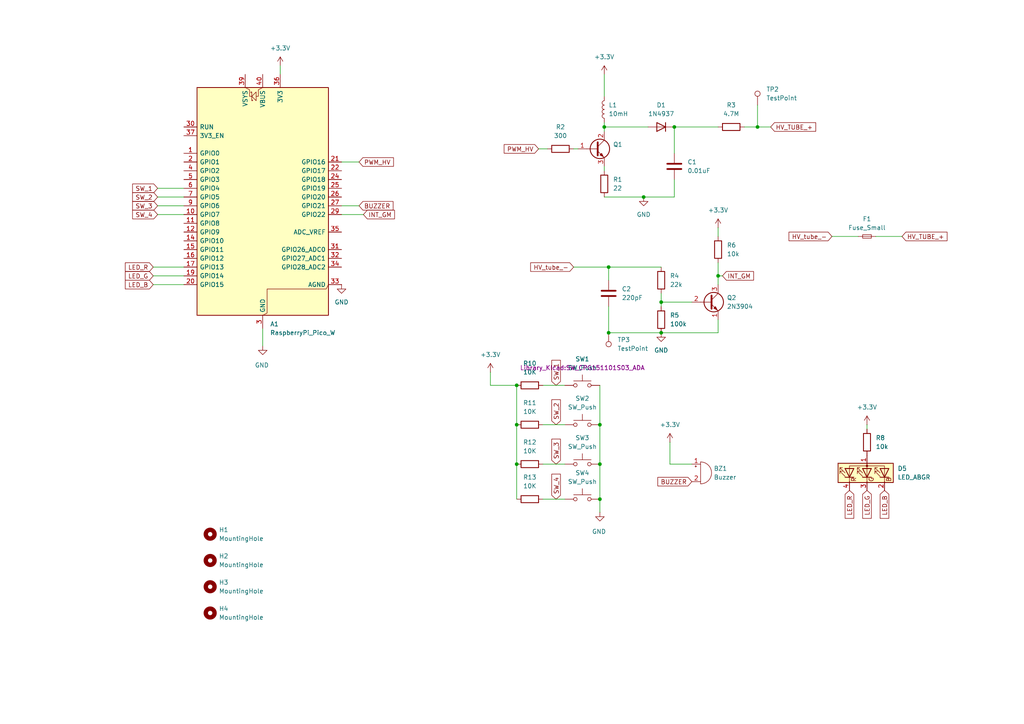
<source format=kicad_sch>
(kicad_sch (version 20250114) (generator "eeschema") (generator_version "9.0")
  (paper "A4")
  (lib_symbols
    (symbol "Connector:TestPoint" (pin_numbers (hide yes)) (pin_names (offset 0.762) (hide yes))
      (property "Reference" "TP" (at 0 6.858 0))
      (property "Value" "TestPoint" (at 0 5.08 0))
      (symbol "TestPoint_0_1"
        (circle (center 0 3.302) (radius 0.762))
      )
      (symbol "TestPoint_1_1"
        (pin passive line (at 0 0 90) (length 2.54) (name "1") (number "1"))
      )
    )
    (symbol "Device:Buzzer" (pin_names (offset 0.0254) (hide yes))
      (property "Reference" "BZ" (at 3.81 1.27 0))
      (property "Value" "Buzzer" (at 3.81 -1.27 0))
      (symbol "Buzzer_0_1"
        (polyline (pts (xy -1.651 1.905) (xy -1.143 1.905)))
        (polyline (pts (xy -1.397 2.159) (xy -1.397 1.651)))
        (arc (start 0 3.175) (mid 3.1612 0) (end 0 -3.175))
        (polyline (pts (xy 0 3.175) (xy 0 -3.175)))
      )
      (symbol "Buzzer_1_1"
        (pin passive line (at -2.54 2.54 0) (length 2.54) (name "+") (number "1"))
        (pin passive line (at -2.54 -2.54 0) (length 2.54) (name "-") (number "2"))
      )
    )
    (symbol "Device:C" (pin_numbers (hide yes)) (pin_names (offset 0.254))
      (property "Reference" "C" (at 0.635 2.54 0))
      (property "Value" "C" (at 0.635 -2.54 0))
      (symbol "C_0_1"
        (polyline (pts (xy -2.032 0.762) (xy 2.032 0.762)) (stroke (width 0.508)))
        (polyline (pts (xy -2.032 -0.762) (xy 2.032 -0.762)) (stroke (width 0.508)))
      )
      (symbol "C_1_1"
        (pin passive line (at 0 3.81 270) (length 2.794) (name "~") (number "1"))
        (pin passive line (at 0 -3.81 90) (length 2.794) (name "~") (number "2"))
      )
    )
    (symbol "Device:Fuse_Small" (pin_numbers (hide yes)) (pin_names (offset 0.254) (hide yes))
      (property "Reference" "F" (at 0 -1.524 0))
      (property "Value" "Fuse_Small" (at 0 1.524 0))
      (symbol "Fuse_Small_0_1"
        (rectangle (start -1.27 0.508) (end 1.27 -0.508))
        (polyline (pts (xy -1.27 0) (xy 1.27 0)))
      )
      (symbol "Fuse_Small_1_1"
        (pin passive line (at -2.54 0 0) (length 1.27) (name "~") (number "1"))
        (pin passive line (at 2.54 0 180) (length 1.27) (name "~") (number "2"))
      )
    )
    (symbol "Device:L" (pin_numbers (hide yes)) (pin_names (offset 1.016) (hide yes))
      (property "Reference" "L" (at -1.27 0 90))
      (property "Value" "L" (at 1.905 0 90))
      (symbol "L_0_1"
        (arc (start 0 2.54) (mid 0.6323 1.905) (end 0 1.27))
        (arc (start 0 1.27) (mid 0.6323 0.635) (end 0 0))
        (arc (start 0 0) (mid 0.6323 -0.635) (end 0 -1.27))
        (arc (start 0 -1.27) (mid 0.6323 -1.905) (end 0 -2.54))
      )
      (symbol "L_1_1"
        (pin passive line (at 0 3.81 270) (length 1.27) (name "1") (number "1"))
        (pin passive line (at 0 -3.81 90) (length 1.27) (name "2") (number "2"))
      )
    )
    (symbol "Device:LED_ABGR" (pin_names (offset 0) (hide yes))
      (property "Reference" "D" (at 0 9.398 0))
      (property "Value" "LED_ABGR" (at 0 -8.89 0))
      (symbol "LED_ABGR_0_0"
        (text "R" (at -1.905 3.81 0) (effects (font (size 1.27 1.27))))
        (text "G" (at -1.905 -1.27 0) (effects (font (size 1.27 1.27))))
        (text "B" (at -1.905 -6.35 0) (effects (font (size 1.27 1.27))))
      )
      (symbol "LED_ABGR_0_1"
        (polyline (pts (xy -1.27 6.35) (xy -1.27 3.81)) (stroke (width 0.254)))
        (polyline (pts (xy -1.27 6.35) (xy -1.27 3.81) (xy -1.27 3.81)))
        (polyline (pts (xy -1.27 5.08) (xy -2.54 5.08)))
        (polyline (pts (xy -1.27 5.08) (xy 1.27 5.08)))
        (polyline (pts (xy -1.27 1.27) (xy -1.27 -1.27)) (stroke (width 0.254)))
        (polyline (pts (xy -1.27 1.27) (xy -1.27 -1.27) (xy -1.27 -1.27)))
        (polyline (pts (xy -1.27 0) (xy -2.54 0)))
        (polyline (pts (xy -1.27 -3.81) (xy -1.27 -6.35)) (stroke (width 0.254)))
        (polyline (pts (xy -1.27 -5.08) (xy -2.54 -5.08)))
        (polyline (pts (xy -1.27 -5.08) (xy 1.27 -5.08)))
        (polyline (pts (xy -1.016 6.35) (xy 0.508 7.874) (xy -0.254 7.874) (xy 0.508 7.874) (xy 0.508 7.112)))
        (polyline (pts (xy -1.016 1.27) (xy 0.508 2.794) (xy -0.254 2.794) (xy 0.508 2.794) (xy 0.508 2.032)))
        (polyline (pts (xy -1.016 -3.81) (xy 0.508 -2.286) (xy -0.254 -2.286) (xy 0.508 -2.286) (xy 0.508 -3.048)))
        (polyline (pts (xy 0 6.35) (xy 1.524 7.874) (xy 0.762 7.874) (xy 1.524 7.874) (xy 1.524 7.112)))
        (polyline (pts (xy 0 1.27) (xy 1.524 2.794) (xy 0.762 2.794) (xy 1.524 2.794) (xy 1.524 2.032)))
        (polyline (pts (xy 0 -3.81) (xy 1.524 -2.286) (xy 0.762 -2.286) (xy 1.524 -2.286) (xy 1.524 -3.048)))
        (polyline (pts (xy 1.27 6.35) (xy 1.27 3.81) (xy -1.27 5.08) (xy 1.27 6.35)) (stroke (width 0.254)))
        (rectangle (start 1.27 6.35) (end 1.27 6.35))
        (rectangle (start 1.27 3.81) (end 1.27 6.35))
        (polyline (pts (xy 1.27 1.27) (xy 1.27 -1.27) (xy -1.27 0) (xy 1.27 1.27)) (stroke (width 0.254)))
        (rectangle (start 1.27 1.27) (end 1.27 1.27))
        (polyline (pts (xy 1.27 0) (xy -1.27 0)))
        (polyline (pts (xy 1.27 0) (xy 2.54 0)))
        (rectangle (start 1.27 -1.27) (end 1.27 1.27))
        (polyline (pts (xy 1.27 -3.81) (xy 1.27 -6.35) (xy -1.27 -5.08) (xy 1.27 -3.81)) (stroke (width 0.254)))
        (polyline (pts (xy 1.27 -5.08) (xy 2.032 -5.08) (xy 2.032 5.08) (xy 1.27 5.08)))
        (circle (center 2.032 0) (radius 0.254) (fill (type outline)))
        (rectangle (start 2.794 8.382) (end -2.794 -7.62) (stroke (width 0.254)) (fill (type background)))
      )
      (symbol "LED_ABGR_1_1"
        (pin passive line (at -5.08 5.08 0) (length 2.54) (name "RK") (number "4"))
        (pin passive line (at -5.08 0 0) (length 2.54) (name "GK") (number "3"))
        (pin passive line (at -5.08 -5.08 0) (length 2.54) (name "BK") (number "2"))
        (pin passive line (at 5.08 0 180) (length 2.54) (name "A") (number "1"))
      )
    )
    (symbol "Device:R" (pin_numbers (hide yes)) (pin_names (offset 0))
      (property "Reference" "R" (at 2.032 0 90))
      (property "Value" "R" (at 0 0 90))
      (symbol "R_0_1"
        (rectangle (start -1.016 -2.54) (end 1.016 2.54) (stroke (width 0.254)))
      )
      (symbol "R_1_1"
        (pin passive line (at 0 3.81 270) (length 1.27) (name "~") (number "1"))
        (pin passive line (at 0 -3.81 90) (length 1.27) (name "~") (number "2"))
      )
    )
    (symbol "Diode:1N4937" (pin_numbers (hide yes)) (pin_names (hide yes))
      (property "Reference" "D" (at 0 2.54 0))
      (property "Value" "1N4937" (at 0 -2.54 0))
      (symbol "1N4937_0_1"
        (polyline (pts (xy -1.27 1.27) (xy -1.27 -1.27)) (stroke (width 0.254)))
        (polyline (pts (xy 1.27 1.27) (xy 1.27 -1.27) (xy -1.27 0) (xy 1.27 1.27)) (stroke (width 0.254)))
        (polyline (pts (xy 1.27 0) (xy -1.27 0)))
      )
      (symbol "1N4937_1_1"
        (pin passive line (at -3.81 0 0) (length 2.54) (name "K") (number "1"))
        (pin passive line (at 3.81 0 180) (length 2.54) (name "A") (number "2"))
      )
    )
    (symbol "MCU_Module:RaspberryPi_Pico_W" (pin_names (offset 0.762))
      (property "Reference" "A" (at -19.05 35.56 0))
      (property "Value" "RaspberryPi_Pico_W" (at 7.62 35.56 0))
      (symbol "RaspberryPi_Pico_W_0_1"
        (rectangle (start -19.05 34.29) (end 19.05 -31.75) (stroke (width 0.254)) (fill (type background)))
        (polyline (pts (xy -5.08 34.29) (xy -3.81 33.655) (xy -3.81 31.75) (xy -3.175 31.75)))
        (polyline (pts (xy -3.429 32.766) (xy -3.429 33.02) (xy -3.175 33.02) (xy -3.175 30.48) (xy -2.921 30.48) (xy -2.921 30.734)))
        (polyline (pts (xy -3.175 31.75) (xy -1.905 33.02) (xy -1.905 30.48) (xy -3.175 31.75)))
        (polyline (pts (xy 0 34.29) (xy -1.27 33.655) (xy -1.27 31.75) (xy -1.905 31.75)))
        (polyline (pts (xy 0 -31.75) (xy 1.27 -31.115) (xy 1.27 -24.13) (xy 18.415 -24.13) (xy 19.05 -22.86)))
      )
      (symbol "RaspberryPi_Pico_W_1_1"
        (pin passive line (at -22.86 22.86 0) (length 3.81) (name "RUN") (number "30"))
        (pin passive line (at -22.86 20.32 0) (length 3.81) (name "3V3_EN") (number "37"))
        (pin bidirectional line (at -22.86 15.24 0) (length 3.81) (name "GPIO0") (number "1"))
        (pin bidirectional line (at -22.86 12.7 0) (length 3.81) (name "GPIO1") (number "2"))
        (pin bidirectional line (at -22.86 10.16 0) (length 3.81) (name "GPIO2") (number "4"))
        (pin bidirectional line (at -22.86 7.62 0) (length 3.81) (name "GPIO3") (number "5"))
        (pin bidirectional line (at -22.86 5.08 0) (length 3.81) (name "GPIO4") (number "6"))
        (pin bidirectional line (at -22.86 2.54 0) (length 3.81) (name "GPIO5") (number "7"))
        (pin bidirectional line (at -22.86 0 0) (length 3.81) (name "GPIO6") (number "9"))
        (pin bidirectional line (at -22.86 -2.54 0) (length 3.81) (name "GPIO7") (number "10"))
        (pin bidirectional line (at -22.86 -5.08 0) (length 3.81) (name "GPIO8") (number "11"))
        (pin bidirectional line (at -22.86 -7.62 0) (length 3.81) (name "GPIO9") (number "12"))
        (pin bidirectional line (at -22.86 -10.16 0) (length 3.81) (name "GPIO10") (number "14"))
        (pin bidirectional line (at -22.86 -12.7 0) (length 3.81) (name "GPIO11") (number "15"))
        (pin bidirectional line (at -22.86 -15.24 0) (length 3.81) (name "GPIO12") (number "16"))
        (pin bidirectional line (at -22.86 -17.78 0) (length 3.81) (name "GPIO13") (number "17"))
        (pin bidirectional line (at -22.86 -20.32 0) (length 3.81) (name "GPIO14") (number "19"))
        (pin bidirectional line (at -22.86 -22.86 0) (length 3.81) (name "GPIO15") (number "20"))
        (pin power_in line (at -5.08 38.1 270) (length 3.81) (name "VSYS") (number "39"))
        (pin power_out line (at 0 38.1 270) (length 3.81) (name "VBUS") (number "40"))
        (pin passive line (at 0 -35.56 90) (length 3.81) (hide yes) (name "GND") (number "13"))
        (pin passive line (at 0 -35.56 90) (length 3.81) (hide yes) (name "GND") (number "18"))
        (pin passive line (at 0 -35.56 90) (length 3.81) (hide yes) (name "GND") (number "23"))
        (pin passive line (at 0 -35.56 90) (length 3.81) (hide yes) (name "GND") (number "28"))
        (pin power_out line (at 0 -35.56 90) (length 3.81) (name "GND") (number "3"))
        (pin passive line (at 0 -35.56 90) (length 3.81) (hide yes) (name "GND") (number "38"))
        (pin passive line (at 0 -35.56 90) (length 3.81) (hide yes) (name "GND") (number "8"))
        (pin power_out line (at 5.08 38.1 270) (length 3.81) (name "3V3") (number "36"))
        (pin bidirectional line (at 22.86 12.7 180) (length 3.81) (name "GPIO16") (number "21"))
        (pin bidirectional line (at 22.86 10.16 180) (length 3.81) (name "GPIO17") (number "22"))
        (pin bidirectional line (at 22.86 7.62 180) (length 3.81) (name "GPIO18") (number "24"))
        (pin bidirectional line (at 22.86 5.08 180) (length 3.81) (name "GPIO19") (number "25"))
        (pin bidirectional line (at 22.86 2.54 180) (length 3.81) (name "GPIO20") (number "26"))
        (pin bidirectional line (at 22.86 0 180) (length 3.81) (name "GPIO21") (number "27"))
        (pin bidirectional line (at 22.86 -2.54 180) (length 3.81) (name "GPIO22") (number "29"))
        (pin power_in line (at 22.86 -7.62 180) (length 3.81) (name "ADC_VREF") (number "35"))
        (pin bidirectional line (at 22.86 -12.7 180) (length 3.81) (name "GPIO26_ADC0") (number "31"))
        (pin bidirectional line (at 22.86 -15.24 180) (length 3.81) (name "GPIO27_ADC1") (number "32"))
        (pin bidirectional line (at 22.86 -17.78 180) (length 3.81) (name "GPIO28_ADC2") (number "34"))
        (pin power_out line (at 22.86 -22.86 180) (length 3.81) (name "AGND") (number "33"))
      )
    )
    (symbol "Mechanical:MountingHole" (pin_names (offset 1.016)) (in_bom no)
      (property "Reference" "H" (at 0 5.08 0))
      (property "Value" "MountingHole" (at 0 3.175 0))
      (symbol "MountingHole_0_1"
        (circle (center 0 0) (radius 1.27) (stroke (width 1.27)))
      )
    )
    (symbol "Switch:SW_Push" (pin_numbers (hide yes)) (pin_names (offset 1.016) (hide yes))
      (property "Reference" "SW" (at 1.27 2.54 0))
      (property "Value" "SW_Push" (at 0 -1.524 0))
      (symbol "SW_Push_0_1"
        (circle (center -2.032 0) (radius 0.508))
        (polyline (pts (xy 0 1.27) (xy 0 3.048)))
        (circle (center 2.032 0) (radius 0.508))
        (polyline (pts (xy 2.54 1.27) (xy -2.54 1.27)))
        (pin passive line (at -5.08 0 0) (length 2.54) (name "1") (number "1"))
        (pin passive line (at 5.08 0 180) (length 2.54) (name "2") (number "2"))
      )
    )
    (symbol "Transistor_BJT:2N3904" (pin_names (offset 0) (hide yes))
      (property "Reference" "Q" (at 5.08 1.905 0))
      (property "Value" "2N3904" (at 5.08 0 0))
      (symbol "2N3904_0_1"
        (polyline (pts (xy -2.54 0) (xy 0.635 0)))
        (polyline (pts (xy 0.635 1.905) (xy 0.635 -1.905)) (stroke (width 0.508)))
        (circle (center 1.27 0) (radius 2.8194) (stroke (width 0.254)))
      )
      (symbol "2N3904_1_1"
        (polyline (pts (xy 0.635 0.635) (xy 2.54 2.54)))
        (polyline (pts (xy 0.635 -0.635) (xy 2.54 -2.54)))
        (polyline (pts (xy 1.27 -1.778) (xy 1.778 -1.27) (xy 2.286 -2.286) (xy 1.27 -1.778)) (fill (type outline)))
        (pin input line (at -5.08 0 0) (length 2.54) (name "B") (number "2"))
        (pin passive line (at 2.54 5.08 270) (length 2.54) (name "C") (number "3"))
        (pin passive line (at 2.54 -5.08 90) (length 2.54) (name "E") (number "1"))
      )
    )
    (symbol "Transistor_BJT:MJE13003" (pin_names (offset 0) (hide yes))
      (property "Reference" "Q" (at 5.08 1.905 0))
      (property "Value" "MJE13003" (at 5.08 0 0))
      (symbol "MJE13003_0_1"
        (polyline (pts (xy -2.54 0) (xy 0.635 0)))
        (polyline (pts (xy 0.635 1.905) (xy 0.635 -1.905)) (stroke (width 0.508)))
        (circle (center 1.27 0) (radius 2.8194) (stroke (width 0.254)))
      )
      (symbol "MJE13003_1_1"
        (polyline (pts (xy 0.635 0.635) (xy 2.54 2.54)))
        (polyline (pts (xy 0.635 -0.635) (xy 2.54 -2.54)))
        (polyline (pts (xy 1.27 -1.778) (xy 1.778 -1.27) (xy 2.286 -2.286) (xy 1.27 -1.778)) (fill (type outline)))
        (pin input line (at -5.08 0 0) (length 2.54) (name "B") (number "1"))
        (pin passive line (at 2.54 5.08 270) (length 2.54) (name "C") (number "2"))
        (pin passive line (at 2.54 -5.08 90) (length 2.54) (name "E") (number "3"))
      )
    )
    (symbol "power:+3.3V" (power) (pin_numbers (hide yes)) (pin_names (offset 0) (hide yes))
      (property "Value" "+3.3V" (at 0 3.556 0))
      (symbol "+3.3V_0_1"
        (polyline (pts (xy -0.762 1.27) (xy 0 2.54)))
        (polyline (pts (xy 0 2.54) (xy 0.762 1.27)))
        (polyline (pts (xy 0 0) (xy 0 2.54)))
      )
      (symbol "+3.3V_1_1"
        (pin power_in line (at 0 0 90) (length 0) (name "~") (number "1"))
      )
    )
    (symbol "power:GND" (power) (pin_numbers (hide yes)) (pin_names (offset 0) (hide yes))
      (property "Value" "GND" (at 0 -3.81 0))
      (symbol "GND_0_1"
        (polyline (pts (xy 0 0) (xy 0 -1.27) (xy 1.27 -1.27) (xy 0 -2.54) (xy -1.27 -1.27) (xy 0 -1.27)))
      )
      (symbol "GND_1_1"
        (pin power_in line (at 0 0 270) (length 0) (name "~") (number "1"))
      )
    )
  )
  (junction (at 176.53 77.47))
  (junction (at 173.99 144.78))
  (junction (at 173.99 134.62))
  (junction (at 149.86 123.19))
  (junction (at 175.26 36.83))
  (junction (at 195.58 36.83))
  (junction (at 219.71 36.83))
  (junction (at 208.28 80.01))
  (junction (at 186.69 57.15))
  (junction (at 173.99 123.19))
  (junction (at 191.77 96.52))
  (junction (at 149.86 111.76))
  (junction (at 176.53 96.52))
  (junction (at 149.86 134.62))
  (junction (at 191.77 87.63))
  (wire (pts (xy 175.26 38.1) (xy 175.26 36.83)))
  (wire (pts (xy 149.86 123.19) (xy 149.86 134.62)))
  (wire (pts (xy 157.48 123.19) (xy 163.83 123.19)))
  (wire (pts (xy 195.58 44.45) (xy 195.58 36.83)))
  (wire (pts (xy 149.86 111.76) (xy 149.86 123.19)))
  (wire (pts (xy 251.46 123.19) (xy 251.46 124.46)))
  (wire (pts (xy 241.3 68.58) (xy 248.92 68.58)))
  (wire (pts (xy 44.45 82.55) (xy 53.34 82.55)))
  (wire (pts (xy 209.55 80.01) (xy 208.28 80.01)))
  (wire (pts (xy 175.26 36.83) (xy 175.26 35.56)))
  (wire (pts (xy 208.28 92.71) (xy 208.28 96.52)))
  (wire (pts (xy 44.45 77.47) (xy 53.34 77.47)))
  (wire (pts (xy 173.99 134.62) (xy 173.99 144.78)))
  (wire (pts (xy 195.58 57.15) (xy 195.58 52.07)))
  (wire (pts (xy 166.37 43.18) (xy 167.64 43.18)))
  (wire (pts (xy 191.77 87.63) (xy 191.77 85.09)))
  (wire (pts (xy 194.31 134.62) (xy 200.66 134.62)))
  (wire (pts (xy 261.62 68.58) (xy 254 68.58)))
  (wire (pts (xy 223.52 36.83) (xy 219.71 36.83)))
  (wire (pts (xy 45.72 59.69) (xy 53.34 59.69)))
  (wire (pts (xy 176.53 77.47) (xy 176.53 81.28)))
  (wire (pts (xy 157.48 144.78) (xy 163.83 144.78)))
  (wire (pts (xy 104.14 46.99) (xy 99.06 46.99)))
  (wire (pts (xy 173.99 144.78) (xy 173.99 148.59)))
  (wire (pts (xy 142.24 107.95) (xy 142.24 111.76)))
  (wire (pts (xy 208.28 66.04) (xy 208.28 68.58)))
  (wire (pts (xy 157.48 111.76) (xy 163.83 111.76)))
  (wire (pts (xy 45.72 54.61) (xy 53.34 54.61)))
  (wire (pts (xy 81.28 19.05) (xy 81.28 21.59)))
  (wire (pts (xy 44.45 80.01) (xy 53.34 80.01)))
  (wire (pts (xy 158.75 43.18) (xy 156.21 43.18)))
  (wire (pts (xy 173.99 123.19) (xy 173.99 134.62)))
  (wire (pts (xy 173.99 111.76) (xy 173.99 123.19)))
  (wire (pts (xy 166.37 77.47) (xy 176.53 77.47)))
  (wire (pts (xy 105.41 62.23) (xy 99.06 62.23)))
  (wire (pts (xy 208.28 96.52) (xy 191.77 96.52)))
  (wire (pts (xy 45.72 62.23) (xy 53.34 62.23)))
  (wire (pts (xy 176.53 96.52) (xy 191.77 96.52)))
  (wire (pts (xy 187.96 36.83) (xy 175.26 36.83)))
  (wire (pts (xy 176.53 88.9) (xy 176.53 96.52)))
  (wire (pts (xy 76.2 100.33) (xy 76.2 95.25)))
  (wire (pts (xy 219.71 36.83) (xy 215.9 36.83)))
  (wire (pts (xy 175.26 49.53) (xy 175.26 48.26)))
  (wire (pts (xy 219.71 30.48) (xy 219.71 36.83)))
  (wire (pts (xy 194.31 128.27) (xy 194.31 134.62)))
  (wire (pts (xy 149.86 134.62) (xy 149.86 144.78)))
  (wire (pts (xy 175.26 57.15) (xy 186.69 57.15)))
  (wire (pts (xy 142.24 111.76) (xy 149.86 111.76)))
  (wire (pts (xy 104.14 59.69) (xy 99.06 59.69)))
  (wire (pts (xy 175.26 21.59) (xy 175.26 27.94)))
  (wire (pts (xy 157.48 134.62) (xy 163.83 134.62)))
  (wire (pts (xy 186.69 57.15) (xy 195.58 57.15)))
  (wire (pts (xy 200.66 87.63) (xy 191.77 87.63)))
  (wire (pts (xy 191.77 87.63) (xy 191.77 88.9)))
  (wire (pts (xy 208.28 80.01) (xy 208.28 82.55)))
  (wire (pts (xy 208.28 76.2) (xy 208.28 80.01)))
  (wire (pts (xy 176.53 77.47) (xy 191.77 77.47)))
  (wire (pts (xy 45.72 57.15) (xy 53.34 57.15)))
  (wire (pts (xy 208.28 36.83) (xy 195.58 36.83)))
  (global_label "HV_TUBE_+" (shape input) (at 223.52 36.83 0) (property "Intersheetrefs" "${INTERSHEET_REFS}" (effects (hide yes))))
  (global_label "SW_3" (shape input) (at 161.29 134.62 90) (property "Intersheetrefs" "${INTERSHEET_REFS}" (effects (hide yes))))
  (global_label "SW_1" (shape input) (at 45.72 54.61 180) (property "Intersheetrefs" "${INTERSHEET_REFS}" (effects (hide yes))))
  (global_label "SW_2" (shape input) (at 45.72 57.15 180) (property "Intersheetrefs" "${INTERSHEET_REFS}" (effects (hide yes))))
  (global_label "PWM_HV" (shape input) (at 104.14 46.99 0) (property "Intersheetrefs" "${INTERSHEET_REFS}" (effects (hide yes))))
  (global_label "SW_4" (shape input) (at 45.72 62.23 180) (property "Intersheetrefs" "${INTERSHEET_REFS}" (effects (hide yes))))
  (global_label "SW_2" (shape input) (at 161.29 123.19 90) (property "Intersheetrefs" "${INTERSHEET_REFS}" (effects (hide yes))))
  (global_label "HV_tube_-" (shape input) (at 166.37 77.47 180) (property "Intersheetrefs" "${INTERSHEET_REFS}" (effects (hide yes))))
  (global_label "HV_TUBE_+" (shape input) (at 261.62 68.58 0) (property "Intersheetrefs" "${INTERSHEET_REFS}" (effects (hide yes))))
  (global_label "LED_G" (shape input) (at 44.45 80.01 180) (property "Intersheetrefs" "${INTERSHEET_REFS}" (effects (hide yes))))
  (global_label "SW_4" (shape input) (at 161.29 144.78 90) (property "Intersheetrefs" "${INTERSHEET_REFS}" (effects (hide yes))))
  (global_label "LED_B" (shape input) (at 44.45 82.55 180) (property "Intersheetrefs" "${INTERSHEET_REFS}" (effects (hide yes))))
  (global_label "SW_3" (shape input) (at 45.72 59.69 180) (property "Intersheetrefs" "${INTERSHEET_REFS}" (effects (hide yes))))
  (global_label "LED_B" (shape input) (at 256.54 142.24 270) (property "Intersheetrefs" "${INTERSHEET_REFS}" (effects (hide yes))))
  (global_label "HV_tube_-" (shape input) (at 241.3 68.58 180) (property "Intersheetrefs" "${INTERSHEET_REFS}" (effects (hide yes))))
  (global_label "BUZZER" (shape input) (at 200.66 139.7 180) (property "Intersheetrefs" "${INTERSHEET_REFS}" (effects (hide yes))))
  (global_label "BUZZER" (shape input) (at 104.14 59.69 0) (property "Intersheetrefs" "${INTERSHEET_REFS}" (effects (hide yes))))
  (global_label "INT_GM" (shape input) (at 105.41 62.23 0) (property "Intersheetrefs" "${INTERSHEET_REFS}" (effects (hide yes))))
  (global_label "INT_GM" (shape input) (at 209.55 80.01 0) (property "Intersheetrefs" "${INTERSHEET_REFS}" (effects (hide yes))))
  (global_label "SW_1" (shape input) (at 161.29 111.76 90) (property "Intersheetrefs" "${INTERSHEET_REFS}" (effects (hide yes))))
  (global_label "PWM_HV" (shape input) (at 156.21 43.18 180) (property "Intersheetrefs" "${INTERSHEET_REFS}" (effects (hide yes))))
  (global_label "LED_R" (shape input) (at 246.38 142.24 270) (property "Intersheetrefs" "${INTERSHEET_REFS}" (effects (hide yes))))
  (global_label "LED_G" (shape input) (at 251.46 142.24 270) (property "Intersheetrefs" "${INTERSHEET_REFS}" (effects (hide yes))))
  (global_label "LED_R" (shape input) (at 44.45 77.47 180) (property "Intersheetrefs" "${INTERSHEET_REFS}" (effects (hide yes))))
  (symbol (lib_id "Device:R") (at 153.67 123.19 270) (unit 1)
    (property "Reference" "R11" (at 153.67 116.84 90))
    (property "Value" "10K" (at 153.67 119.38 90))
    (property "Footprint" "Resistor_THT:R_Axial_DIN0309_L9.0mm_D3.2mm_P15.24mm_Horizontal" (effects (hide yes)))
    (property "Description" "Resistor" (effects (hide yes)))
  )
  (symbol (lib_id "Device:R") (at 162.56 43.18 90) (unit 1)
    (property "Reference" "R2" (at 162.56 36.83 90))
    (property "Value" "300" (at 162.56 39.37 90))
    (property "Footprint" "Resistor_THT:R_Axial_DIN0207_L6.3mm_D2.5mm_P10.16mm_Horizontal" (effects (hide yes)))
    (property "Description" "Resistor" (effects (hide yes)))
  )
  (symbol (lib_id "power:+3.3V") (at 142.24 107.95 0) (unit 1)
    (property "Reference" "#PWR013" (effects (hide yes)))
    (property "Value" "+3.3V" (at 142.24 102.87 0))
    (property "Description" "Power symbol creates a global label with name \"+3.3V\"" (effects (hide yes)))
  )
  (symbol (lib_id "Switch:SW_Push") (at 168.91 134.62 0) (unit 1)
    (property "Reference" "SW3" (at 168.91 127 0))
    (property "Value" "SW_Push" (at 168.91 129.54 0))
    (property "Footprint" "Library_KIcad:SW_CPG151101S03_ADA" (effects (hide yes)))
    (property "Description" "Push button switch, generic, two pins" (effects (hide yes)))
  )
  (symbol (lib_id "Mechanical:MountingHole") (at 60.96 177.8 0) (unit 1) (in_bom no)
    (property "Reference" "H4" (at 63.5 176.5299 0) (effects (justify left)))
    (property "Value" "MountingHole" (at 63.5 179.0699 0) (effects (justify left)))
    (property "Footprint" "MountingHole:MountingHole_3.2mm_M3_ISO14580" (effects (hide yes)))
    (property "Description" "Mounting Hole without connection" (effects (hide yes)))
  )
  (symbol (lib_id "MCU_Module:RaspberryPi_Pico_W") (at 76.2 59.69 0) (unit 1)
    (property "Reference" "A1" (at 78.3433 93.98 0) (effects (justify left)))
    (property "Value" "RaspberryPi_Pico_W" (at 78.3433 96.52 0) (effects (justify left)))
    (property "Footprint" "Module:RaspberryPi_Pico_Common_Unspecified" (effects (hide yes)))
    (property "Datasheet" "https://datasheets.raspberrypi.com/picow/pico-w-datasheet.pdf" (effects (hide yes)))
    (property "Description" "Versatile and inexpensive wireless microcontroller module powered by RP2040 dual-core Arm Cortex-M0+ processor up to 133 MHz, 264kB SRAM, 2MB QSPI flash, Infineon CYW43439 2.4GHz 802.11n wireless LAN; also supports Raspberry Pi Pico 2 W" (effects (hide yes)))
  )
  (symbol (lib_id "Device:R") (at 208.28 72.39 0) (unit 1)
    (property "Reference" "R6" (at 210.82 71.1199 0) (effects (justify left)))
    (property "Value" "10k" (at 210.82 73.6599 0) (effects (justify left)))
    (property "Footprint" "Resistor_THT:R_Axial_DIN0309_L9.0mm_D3.2mm_P15.24mm_Horizontal" (effects (hide yes)))
    (property "Description" "Resistor" (effects (hide yes)))
  )
  (symbol (lib_id "power:+3.3V") (at 175.26 21.59 0) (unit 1)
    (property "Reference" "#PWR02" (effects (hide yes)))
    (property "Value" "+3.3V" (at 175.26 16.51 0))
    (property "Description" "Power symbol creates a global label with name \"+3.3V\"" (effects (hide yes)))
  )
  (symbol (lib_id "power:GND") (at 99.06 82.55 0) (unit 1)
    (property "Reference" "#PWR08" (effects (hide yes)))
    (property "Value" "GND" (at 99.06 87.63 0))
    (property "Description" "Power symbol creates a global label with name \"GND\" , ground" (effects (hide yes)))
  )
  (symbol (lib_id "Mechanical:MountingHole") (at 60.96 154.94 0) (unit 1) (in_bom no)
    (property "Reference" "H1" (at 63.5 153.6699 0) (effects (justify left)))
    (property "Value" "MountingHole" (at 63.5 156.2099 0) (effects (justify left)))
    (property "Footprint" "MountingHole:MountingHole_3.2mm_M3_ISO14580" (effects (hide yes)))
    (property "Description" "Mounting Hole without connection" (effects (hide yes)))
  )
  (symbol (lib_id "Mechanical:MountingHole") (at 60.96 162.56 0) (unit 1) (in_bom no)
    (property "Reference" "H2" (at 63.5 161.2899 0) (effects (justify left)))
    (property "Value" "MountingHole" (at 63.5 163.8299 0) (effects (justify left)))
    (property "Footprint" "MountingHole:MountingHole_3.2mm_M3_ISO14580" (effects (hide yes)))
    (property "Description" "Mounting Hole without connection" (effects (hide yes)))
  )
  (symbol (lib_id "Device:R") (at 212.09 36.83 270) (unit 1)
    (property "Reference" "R3" (at 212.09 30.48 90))
    (property "Value" "4.7M" (at 212.09 33.02 90))
    (property "Footprint" "Resistor_THT:R_Axial_DIN0411_L9.9mm_D3.6mm_P15.24mm_Horizontal" (effects (hide yes)))
    (property "Description" "Resistor" (effects (hide yes)))
  )
  (symbol (lib_id "Device:R") (at 251.46 128.27 0) (unit 1)
    (property "Reference" "R8" (at 254 126.9999 0) (effects (justify left)))
    (property "Value" "10k" (at 254 129.5399 0) (effects (justify left)))
    (property "Footprint" "Resistor_THT:R_Axial_DIN0309_L9.0mm_D3.2mm_P15.24mm_Horizontal" (effects (hide yes)))
    (property "Description" "Resistor" (effects (hide yes)))
  )
  (symbol (lib_id "Device:R") (at 191.77 92.71 0) (unit 1)
    (property "Reference" "R5" (at 194.31 91.4399 0) (effects (justify left)))
    (property "Value" "100k" (at 194.31 93.9799 0) (effects (justify left)))
    (property "Footprint" "Resistor_THT:R_Axial_DIN0414_L11.9mm_D4.5mm_P20.32mm_Horizontal" (effects (hide yes)))
    (property "Description" "Resistor" (effects (hide yes)))
  )
  (symbol (lib_id "Device:C") (at 195.58 48.26 0) (unit 1)
    (property "Reference" "C1" (at 199.39 46.9899 0) (effects (justify left)))
    (property "Value" "0.01uF" (at 199.39 49.5299 0) (effects (justify left)))
    (property "Footprint" "Capacitor_THT:C_Rect_L11.0mm_W6.3mm_P10.00mm_MKT" (effects (hide yes)))
    (property "Description" "Unpolarized capacitor" (effects (hide yes)))
  )
  (symbol (lib_id "Device:R") (at 153.67 111.76 270) (unit 1)
    (property "Reference" "R10" (at 153.67 105.41 90))
    (property "Value" "10K" (at 153.67 107.95 90))
    (property "Footprint" "Resistor_THT:R_Axial_DIN0309_L9.0mm_D3.2mm_P15.24mm_Horizontal" (effects (hide yes)))
    (property "Description" "Resistor" (effects (hide yes)))
  )
  (symbol (lib_id "Transistor_BJT:2N3904") (at 205.74 87.63 0) (unit 1)
    (property "Reference" "Q2" (at 210.82 86.3599 0) (effects (justify left)))
    (property "Value" "2N3904" (at 210.82 88.8999 0) (effects (justify left)))
    (property "Footprint" "Package_TO_SOT_THT:TO-92_Inline_Wide" (effects (hide yes)))
    (property "Datasheet" "https://www.onsemi.com/pub/Collateral/2N3903-D.PDF" (effects (hide yes)))
    (property "Description" "0.2A Ic, 40V Vce, Small Signal NPN Transistor, TO-92" (effects (hide yes)))
  )
  (symbol (lib_id "Device:Fuse_Small") (at 251.46 68.58 0) (unit 1)
    (property "Reference" "F1" (at 251.46 63.5 0))
    (property "Value" "Fuse_Small" (at 251.46 66.04 0))
    (property "Footprint" "Fuse:SBM-20_GM_holder" (effects (hide yes)))
    (property "Description" "Fuse, small symbol" (effects (hide yes)))
  )
  (symbol (lib_id "Connector:TestPoint") (at 176.53 96.52 180) (unit 1)
    (property "Reference" "TP3" (at 179.07 98.5519 0) (effects (justify right)))
    (property "Value" "TestPoint" (at 179.07 101.0919 0) (effects (justify right)))
    (property "Footprint" "TestPoint:TestPoint_Loop_D2.50mm_Drill1.0mm" (effects (hide yes)))
    (property "Description" "test point" (effects (hide yes)))
  )
  (symbol (lib_id "power:GND") (at 76.2 100.33 0) (unit 1)
    (property "Reference" "#PWR07" (effects (hide yes)))
    (property "Value" "GND" (at 75.946 105.918 0))
    (property "Description" "Power symbol creates a global label with name \"GND\" , ground" (effects (hide yes)))
  )
  (symbol (lib_id "Device:L") (at 175.26 31.75 180) (unit 1)
    (property "Reference" "L1" (at 176.53 30.4799 0) (effects (justify right)))
    (property "Value" "10mH" (at 176.53 33.0199 0) (effects (justify right)))
    (property "Footprint" "Inductor_THT:L_Radial_D9.5mm_P5.00mm_Fastron_07HVP" (effects (hide yes)))
    (property "Description" "Inductor" (effects (hide yes)))
  )
  (symbol (lib_id "Diode:1N4937") (at 191.77 36.83 180) (unit 1)
    (property "Reference" "D1" (at 191.77 30.48 0))
    (property "Value" "1N4937" (at 191.77 33.02 0))
    (property "Footprint" "Diode_THT:D_DO-41_SOD81_P10.16mm_Horizontal" (effects (hide yes)))
    (property "Datasheet" "https://www.vishay.com/docs/88508/1n4933.pdf" (effects (hide yes)))
    (property "Description" "Fast Switching Plastic Rectifier, VRRM 600V, IF(AV) 1.0A, trr 200ns, DO-41" (effects (hide yes)))
    (property "Sim.Device" "D" (effects (hide yes)))
    (property "Sim.Pins" "1=K 2=A" (effects (hide yes)))
  )
  (symbol (lib_id "Device:R") (at 191.77 81.28 0) (unit 1)
    (property "Reference" "R4" (at 194.31 80.0099 0) (effects (justify left)))
    (property "Value" "22k" (at 194.31 82.5499 0) (effects (justify left)))
    (property "Footprint" "Resistor_THT:R_Axial_DIN0516_L15.5mm_D5.0mm_P20.32mm_Horizontal" (effects (hide yes)))
    (property "Description" "Resistor" (effects (hide yes)))
  )
  (symbol (lib_id "Device:Buzzer") (at 203.2 137.16 0) (unit 1)
    (property "Reference" "BZ1" (at 207.01 135.8899 0) (effects (justify left)))
    (property "Value" "Buzzer" (at 207.01 138.4299 0) (effects (justify left)))
    (property "Footprint" "Buzzer_Beeper:Buzzer_TDK_PS1240P02BT_D12.2mm_H6.5mm" (effects (hide yes)))
    (property "Description" "Buzzer, polarized" (effects (hide yes)))
  )
  (symbol (lib_id "power:+3.3V") (at 194.31 128.27 0) (unit 1)
    (property "Reference" "#PWR06" (effects (hide yes)))
    (property "Value" "+3.3V" (at 194.31 123.19 0))
    (property "Description" "Power symbol creates a global label with name \"+3.3V\"" (effects (hide yes)))
  )
  (symbol (lib_id "Transistor_BJT:MJE13003") (at 172.72 43.18 0) (unit 1)
    (property "Reference" "Q1" (at 177.8 41.9099 0) (effects (justify left)))
    (property "Value" "MJE13003" (effects (hide yes)))
    (property "Footprint" "Package_TO_SOT_THT:TO-92_Inline_Wide" (effects (hide yes)))
    (property "Datasheet" "http://www.onsemi.com/pub_link/Collateral/MJE13003-D.PDF" (effects (hide yes)))
    (property "Description" "1.5A Ic, 400V Vce, Silicon Switching Power NPN Transistor, TO-225" (effects (hide yes)))
  )
  (symbol (lib_id "power:GND") (at 173.99 148.59 0) (unit 1)
    (property "Reference" "#PWR012" (effects (hide yes)))
    (property "Value" "GND" (at 173.736 154.178 0))
    (property "Description" "Power symbol creates a global label with name \"GND\" , ground" (effects (hide yes)))
  )
  (symbol (lib_id "Device:R") (at 153.67 144.78 270) (unit 1)
    (property "Reference" "R13" (at 153.67 138.43 90))
    (property "Value" "10K" (at 153.67 140.97 90))
    (property "Footprint" "Resistor_THT:R_Axial_DIN0309_L9.0mm_D3.2mm_P15.24mm_Horizontal" (effects (hide yes)))
    (property "Description" "Resistor" (effects (hide yes)))
  )
  (symbol (lib_id "Device:LED_ABGR") (at 251.46 137.16 90) (unit 1)
    (property "Reference" "D5" (at 260.35 135.8899 90) (effects (justify right)))
    (property "Value" "LED_ABGR" (at 260.35 138.4299 90) (effects (justify right)))
    (property "Footprint" "LED_THT:LED_D5.0mm-4_RGB" (effects (hide yes)))
    (property "Description" "RGB LED, anode/blue/green/red" (effects (hide yes)))
  )
  (symbol (lib_id "Connector:TestPoint") (at 219.71 30.48 0) (unit 1)
    (property "Reference" "TP2" (at 222.25 25.9079 0) (effects (justify left)))
    (property "Value" "TestPoint" (at 222.25 28.4479 0) (effects (justify left)))
    (property "Footprint" "TestPoint:TestPoint_Loop_D2.50mm_Drill1.0mm" (effects (hide yes)))
    (property "Description" "test point" (effects (hide yes)))
  )
  (symbol (lib_id "Device:C") (at 176.53 85.09 0) (unit 1)
    (property "Reference" "C2" (at 180.34 83.8199 0) (effects (justify left)))
    (property "Value" "220pF" (at 180.34 86.3599 0) (effects (justify left)))
    (property "Footprint" "Capacitor_THT:C_Rect_L16.5mm_W7.3mm_P15.00mm_MKT" (effects (hide yes)))
    (property "Description" "Unpolarized capacitor" (effects (hide yes)))
  )
  (symbol (lib_id "power:+3.3V") (at 251.46 123.19 0) (unit 1)
    (property "Reference" "#PWR09" (effects (hide yes)))
    (property "Value" "+3.3V" (at 251.46 118.11 0))
    (property "Description" "Power symbol creates a global label with name \"+3.3V\"" (effects (hide yes)))
  )
  (symbol (lib_id "Switch:SW_Push") (at 168.91 144.78 0) (unit 1)
    (property "Reference" "SW4" (at 168.91 137.16 0))
    (property "Value" "SW_Push" (at 168.91 139.7 0))
    (property "Footprint" "Library_KIcad:SW_CPG151101S03_ADA" (effects (hide yes)))
    (property "Description" "Push button switch, generic, two pins" (effects (hide yes)))
  )
  (symbol (lib_id "power:GND") (at 186.69 57.15 0) (unit 1)
    (property "Reference" "#PWR03" (effects (hide yes)))
    (property "Value" "GND" (at 186.69 62.23 0))
    (property "Description" "Power symbol creates a global label with name \"GND\" , ground" (effects (hide yes)))
  )
  (symbol (lib_id "power:+3.3V") (at 81.28 19.05 0) (unit 1)
    (property "Reference" "#PWR01" (effects (hide yes)))
    (property "Value" "+3.3V" (at 81.28 13.97 0))
    (property "Description" "Power symbol creates a global label with name \"+3.3V\"" (effects (hide yes)))
  )
  (symbol (lib_id "Switch:SW_Push") (at 168.91 111.76 0) (unit 1)
    (property "Reference" "SW1" (at 168.91 104.14 0))
    (property "Value" "SW_Push" (at 168.91 106.68 0))
    (property "Footprint" "Library_KIcad:SW_CPG151101S03_ADA" (at 168.91 106.68 0))
    (property "Description" "Push button switch, generic, two pins" (effects (hide yes)))
  )
  (symbol (lib_id "Switch:SW_Push") (at 168.91 123.19 0) (unit 1)
    (property "Reference" "SW2" (at 168.91 115.57 0))
    (property "Value" "SW_Push" (at 168.91 118.11 0))
    (property "Footprint" "Library_KIcad:SW_CPG151101S03_ADA" (effects (hide yes)))
    (property "Description" "Push button switch, generic, two pins" (effects (hide yes)))
  )
  (symbol (lib_id "Device:R") (at 153.67 134.62 270) (unit 1)
    (property "Reference" "R12" (at 153.67 128.27 90))
    (property "Value" "10K" (at 153.67 130.81 90))
    (property "Footprint" "Resistor_THT:R_Axial_DIN0309_L9.0mm_D3.2mm_P15.24mm_Horizontal" (effects (hide yes)))
    (property "Description" "Resistor" (effects (hide yes)))
  )
  (symbol (lib_id "Mechanical:MountingHole") (at 60.96 170.18 0) (unit 1) (in_bom no)
    (property "Reference" "H3" (at 63.5 168.9099 0) (effects (justify left)))
    (property "Value" "MountingHole" (at 63.5 171.4499 0) (effects (justify left)))
    (property "Footprint" "MountingHole:MountingHole_3.2mm_M3_ISO14580" (effects (hide yes)))
    (property "Description" "Mounting Hole without connection" (effects (hide yes)))
  )
  (symbol (lib_id "power:GND") (at 191.77 96.52 0) (unit 1)
    (property "Reference" "#PWR04" (effects (hide yes)))
    (property "Value" "GND" (at 191.77 101.6 0))
    (property "Description" "Power symbol creates a global label with name \"GND\" , ground" (effects (hide yes)))
  )
  (symbol (lib_id "power:+3.3V") (at 208.28 66.04 0) (unit 1)
    (property "Reference" "#PWR05" (effects (hide yes)))
    (property "Value" "+3.3V" (at 208.28 60.96 0))
    (property "Description" "Power symbol creates a global label with name \"+3.3V\"" (effects (hide yes)))
  )
  (symbol (lib_id "Device:R") (at 175.26 53.34 0) (unit 1)
    (property "Reference" "R1" (at 177.8 52.0699 0) (effects (justify left)))
    (property "Value" "22" (at 177.8 54.6099 0) (effects (justify left)))
    (property "Footprint" "Resistor_THT:R_Axial_DIN0516_L15.5mm_D5.0mm_P20.32mm_Horizontal" (effects (hide yes)))
    (property "Description" "Resistor" (effects (hide yes)))
  )
)
</source>
